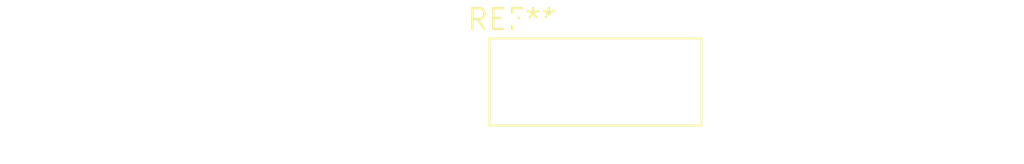
<source format=kicad_pcb>
(kicad_pcb (version 20240108) (generator pcbnew)
  (layers (0 "F.Cu" signal) (31 "B.Cu" signal) (34 "B.Paste" user) (35 "F.Paste" user) (36 "B.SilkS" user "B.Silkscreen") (37 "F.SilkS" user "F.Silkscreen") (38 "B.Mask" user) (39 "F.Mask" user) (44 "Edge.Cuts" user))
  (net 0 "")
  (footprint "Samtec_HLE-105-02-xx-DV-PE-LC_2x05_P2.54mm_Horizontal" (layer "F.Cu") (at 0 0)
    (property "Reference" "REF**")
    (property "Value" "Samtec_HLE-105-02-xx-DV-PE-LC_2x05_P2.54mm_Horizontal")
    (fp_line (start -1.38 1.16) (end 11.54 1.16) (layer "F.SilkS") (stroke (width 0.12)))
    (fp_line (start -1.38 6.46) (end -1.38 1.16) (layer "F.SilkS") (stroke (width 0.12)))
    (fp_line (start 11.54 1.16) (end 11.54 6.46) (layer "F.SilkS") (stroke (width 0.12)))
    (fp_line (start 11.54 6.46) (end -1.38 6.46) (layer "F.SilkS") (stroke (width 0.12)))
    (pad "" np_thru_hole circle (at 0 2.54) (size 1.4 1.4) (drill 1.4) (layers *.Cu *.Mask))
    (pad "" np_thru_hole circle (at 0 5.08) (size 1.4 1.4) (drill 1.4) (layers *.Cu *.Mask))
    (pad "" np_thru_hole circle (at 1.27 3.81) (size 1.19 1.19) (drill 1.19) (layers *.Cu *.Mask))
    (pad "" np_thru_hole circle (at 2.54 2.54) (size 1.4 1.4) (drill 1.4) (layers *.Cu *.Mask))
    (pad "" np_thru_hole circle (at 2.54 5.08) (size 1.4 1.4) (drill 1.4) (layers *.Cu *.Mask))
    (pad "" np_thru_hole circle (at 5.08 2.54) (size 1.4 1.4) (drill 1.4) (layers *.Cu *.Mask))
    (pad "" np_thru_hole circle (at 5.08 5.08) (size 1.4 1.4) (drill 1.4) (layers *.Cu *.Mask))
    (pad "" np_thru_hole circle (at 7.62 2.54) (size 1.4 1.4) (drill 1.4) (layers *.Cu *.Mask))
    (pad "" np_thru_hole circle (at 7.62 5.08) (size 1.4 1.4) (drill 1.4) (layers *.Cu *.Mask))
    (pad "" np_thru_hole circle (at 8.89 3.81) (size 1.19 1.19) (drill 1.19) (layers *.Cu *.Mask))
    (pad "" np_thru_hole circle (at 10.16 2.54) (size 1.4 1.4) (drill 1.4) (layers *.Cu *.Mask))
    (pad "" np_thru_hole circle (at 10.16 5.08) (size 1.4 1.4) (drill 1.4) (layers *.Cu *.Mask))
    (pad "1" thru_hole roundrect (at 0 0) (size 1.31 1.31) (drill 0.71) (layers *.Cu *.Mask) (remove_unused_layers) (roundrect_rratio 0.19084))
    (pad "2" thru_hole circle (at 0 7.62) (size 1.31 1.31) (drill 0.71) (layers *.Cu *.Mask) (remove_unused_layers))
    (pad "3" thru_hole circle (at 2.54 0) (size 1.31 1.31) (drill 0.71) (layers *.Cu *.Mask) (remove_unused_layers))
    (pad "4" thru_hole circle (at 2.54 7.62) (size 1.31 1.31) (drill 0.71) (layers *.Cu *.Mask) (remove_unused_layers))
    (pad "5" thru_hole circle (at 5.08 0) (size 1.31 1.31) (drill 0.71) (layers *.Cu *.Mask) (remove_unused_layers))
    (pad "6" thru_hole circle (at 5.08 7.62) (size 1.31 1.31) (drill 0.71) (layers *.Cu *.Mask) (remove_unused_layers))
    (pad "7" thru_hole circle (at 7.62 0) (size 1.31 1.31) (drill 0.71) (layers *.Cu *.Mask) (remove_unused_layers))
    (pad "8" thru_hole circle (at 7.62 7.62) (size 1.31 1.31) (drill 0.71) (layers *.Cu *.Mask) (remove_unused_layers))
    (pad "9" thru_hole circle (at 10.16 0) (size 1.31 1.31) (drill 0.71) (layers *.Cu *.Mask) (remove_unused_layers))
    (pad "10" thru_hole circle (at 10.16 7.62) (size 1.31 1.31) (drill 0.71) (layers *.Cu *.Mask) (remove_unused_layers))
  )
)
</source>
